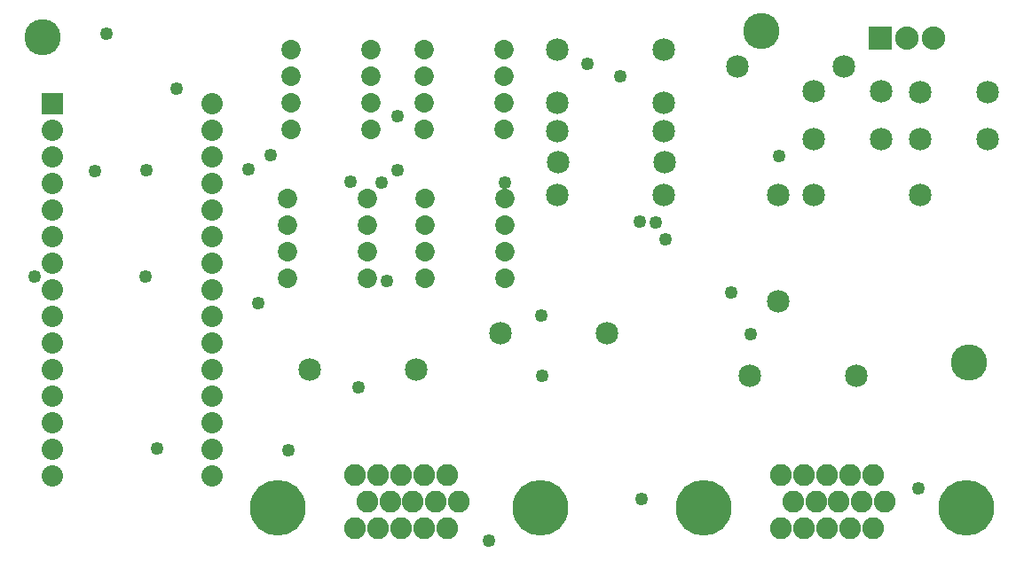
<source format=gbs>
G04 MADE WITH FRITZING*
G04 WWW.FRITZING.ORG*
G04 DOUBLE SIDED*
G04 HOLES PLATED*
G04 CONTOUR ON CENTER OF CONTOUR VECTOR*
%ASAXBY*%
%FSLAX23Y23*%
%MOIN*%
%OFA0B0*%
%SFA1.0B1.0*%
%ADD10C,0.073000*%
%ADD11C,0.080000*%
%ADD12C,0.088000*%
%ADD13C,0.085000*%
%ADD14C,0.208889*%
%ADD15C,0.082113*%
%ADD16C,0.049370*%
%ADD17C,0.135984*%
%ADD18R,0.079972X0.080000*%
%ADD19R,0.088000X0.088000*%
%LNMASK0*%
G90*
G70*
G54D10*
X1562Y1957D03*
X1562Y1857D03*
X1562Y1757D03*
X1562Y1657D03*
X1862Y1657D03*
X1862Y1757D03*
X1862Y1857D03*
X1862Y1957D03*
X1564Y1396D03*
X1564Y1296D03*
X1564Y1196D03*
X1564Y1096D03*
X1864Y1096D03*
X1864Y1196D03*
X1864Y1296D03*
X1864Y1396D03*
X1048Y1398D03*
X1048Y1298D03*
X1048Y1198D03*
X1048Y1098D03*
X1348Y1098D03*
X1348Y1198D03*
X1348Y1298D03*
X1348Y1398D03*
G54D11*
X163Y1755D03*
X163Y1655D03*
X163Y1555D03*
X163Y1455D03*
X163Y1355D03*
X163Y1255D03*
X163Y1155D03*
X163Y1055D03*
X163Y955D03*
X163Y855D03*
X163Y755D03*
X163Y655D03*
X163Y555D03*
X163Y455D03*
X163Y355D03*
X763Y1755D03*
X763Y1655D03*
X763Y1555D03*
X763Y1455D03*
X763Y1355D03*
X763Y1255D03*
X763Y1155D03*
X763Y1055D03*
X763Y955D03*
X763Y855D03*
X763Y755D03*
X763Y655D03*
X763Y555D03*
X763Y455D03*
X763Y355D03*
G54D10*
X1061Y1956D03*
X1061Y1856D03*
X1061Y1756D03*
X1061Y1656D03*
X1361Y1656D03*
X1361Y1756D03*
X1361Y1856D03*
X1361Y1956D03*
G54D12*
X3275Y2001D03*
X3375Y2001D03*
X3475Y2001D03*
G54D13*
X3184Y730D03*
X2784Y730D03*
X1530Y753D03*
X1130Y753D03*
X2062Y1410D03*
X2462Y1410D03*
X2064Y1535D03*
X2464Y1535D03*
X2061Y1652D03*
X2461Y1652D03*
X2061Y1756D03*
X2461Y1756D03*
X2061Y1956D03*
X2461Y1956D03*
G54D14*
X1012Y235D03*
G54D15*
X1302Y356D03*
X1389Y356D03*
X1475Y356D03*
X1561Y356D03*
X1647Y356D03*
X1347Y256D03*
X1433Y256D03*
X1519Y256D03*
X1605Y256D03*
X1691Y256D03*
X1302Y156D03*
X1389Y156D03*
X1475Y156D03*
X1561Y156D03*
X1647Y156D03*
G54D14*
X1997Y235D03*
X1012Y235D03*
G54D15*
X1302Y356D03*
X1389Y356D03*
X1475Y356D03*
X1561Y356D03*
X1647Y356D03*
X1347Y256D03*
X1433Y256D03*
X1519Y256D03*
X1605Y256D03*
X1691Y256D03*
X1302Y156D03*
X1389Y156D03*
X1475Y156D03*
X1561Y156D03*
X1647Y156D03*
G54D14*
X1997Y235D03*
X2612Y235D03*
G54D15*
X2902Y356D03*
X2989Y356D03*
X3075Y356D03*
X3161Y356D03*
X3247Y356D03*
X2947Y256D03*
X3033Y256D03*
X3119Y256D03*
X3205Y256D03*
X3291Y256D03*
X2902Y156D03*
X2989Y156D03*
X3075Y156D03*
X3161Y156D03*
X3247Y156D03*
G54D14*
X3597Y235D03*
X2612Y235D03*
G54D15*
X2902Y356D03*
X2989Y356D03*
X3075Y356D03*
X3161Y356D03*
X3247Y356D03*
X2947Y256D03*
X3033Y256D03*
X3119Y256D03*
X3205Y256D03*
X3291Y256D03*
X2902Y156D03*
X2989Y156D03*
X3075Y156D03*
X3161Y156D03*
X3247Y156D03*
G54D14*
X3597Y235D03*
G54D16*
X559Y457D03*
X1283Y1461D03*
X1864Y1456D03*
X1401Y1456D03*
X632Y1812D03*
X97Y1104D03*
X515Y1104D03*
G54D13*
X3023Y1799D03*
X3279Y1799D03*
X3023Y1622D03*
X3279Y1622D03*
X3423Y1797D03*
X3679Y1797D03*
X3423Y1620D03*
X3679Y1620D03*
G54D16*
X2895Y1556D03*
X2175Y1904D03*
X2298Y1857D03*
X936Y1003D03*
G54D13*
X2891Y1010D03*
X2891Y1410D03*
G54D16*
X1421Y1087D03*
X1461Y1503D03*
X1461Y1706D03*
X2714Y1045D03*
X2467Y1244D03*
X2370Y1309D03*
X2431Y1308D03*
X2377Y268D03*
G54D13*
X1847Y890D03*
X2247Y890D03*
X3024Y1409D03*
X3424Y1409D03*
X2736Y1894D03*
X3136Y1894D03*
G54D16*
X2005Y729D03*
X2002Y957D03*
X369Y2016D03*
X985Y1562D03*
X325Y1502D03*
X518Y1504D03*
X902Y1506D03*
X2789Y886D03*
X1314Y687D03*
X1050Y451D03*
X3418Y307D03*
X1804Y109D03*
G54D17*
X3607Y782D03*
X127Y2005D03*
X2829Y2028D03*
G54D18*
X163Y1755D03*
G54D19*
X3275Y2001D03*
G04 End of Mask0*
M02*
</source>
